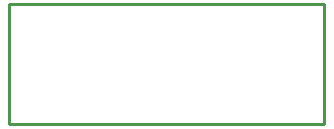
<source format=gm1>
G04*
G04 #@! TF.GenerationSoftware,Altium Limited,Altium Designer,26.1.1 (7)*
G04*
G04 Layer_Color=16711935*
%FSLAX25Y25*%
%MOIN*%
G70*
G04*
G04 #@! TF.SameCoordinates,F1EE692E-0444-4D6D-8D4C-79967635CD39*
G04*
G04*
G04 #@! TF.FilePolarity,Positive*
G04*
G01*
G75*
%ADD19C,0.01000*%
D19*
X0Y0D02*
Y40000D01*
X105000D01*
Y0D02*
Y40000D01*
X0Y0D02*
X105000D01*
M02*

</source>
